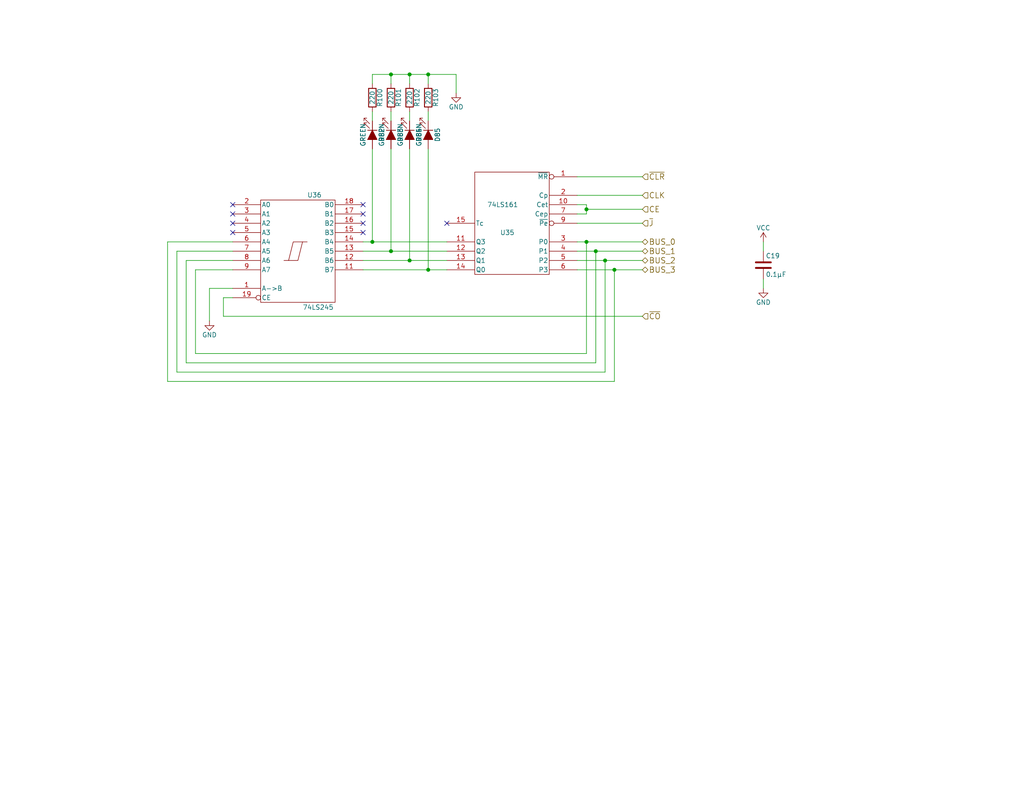
<source format=kicad_sch>
(kicad_sch (version 20230121) (generator eeschema)
  (paper "USLetter")
  (lib_symbols
    (symbol "8bit-computer-rescue:74LS161-8bit-computer-rescue" (pin_names (offset 0.254))
      (property "Reference" "U" (at 1.27 2.54 0))
      (property "Value" "8bit-computer-rescue:74LS161" (at 2.54 -5.08 0))
      (symbol "74LS161-8bit-computer-rescue_0_0"
        (pin power_in line (at -7.62 13.97 90) (length 0) hide (name "VCC") (number "16"))
        (pin power_in line (at -7.62 -13.97 90) (length 0) hide (name "GND") (number "8"))
      )
      (symbol "74LS161-8bit-computer-rescue_0_1"
        (rectangle (start -10.16 13.97) (end 10.16 -13.97))
      )
      (symbol "74LS161-8bit-computer-rescue_1_1"
        (pin input inverted (at -17.78 -12.7 0) (length 7.62) (name "~{MR}") (number "1"))
        (pin input line (at -17.78 -5.08 0) (length 7.62) (name "Cet") (number "10"))
        (pin output line (at 17.78 5.08 180) (length 7.62) (name "Q3") (number "11"))
        (pin output line (at 17.78 7.62 180) (length 7.62) (name "Q2") (number "12"))
        (pin output line (at 17.78 10.16 180) (length 7.62) (name "Q1") (number "13"))
        (pin output line (at 17.78 12.7 180) (length 7.62) (name "Q0") (number "14"))
        (pin output line (at 17.78 0 180) (length 7.62) (name "Tc") (number "15"))
        (pin input line (at -17.78 -7.62 0) (length 7.62) (name "Cp") (number "2"))
        (pin input line (at -17.78 5.08 0) (length 7.62) (name "P0") (number "3"))
        (pin input line (at -17.78 7.62 0) (length 7.62) (name "P1") (number "4"))
        (pin input line (at -17.78 10.16 0) (length 7.62) (name "P2") (number "5"))
        (pin input line (at -17.78 12.7 0) (length 7.62) (name "P3") (number "6"))
        (pin input line (at -17.78 -2.54 0) (length 7.62) (name "Cep") (number "7"))
        (pin input inverted (at -17.78 0 0) (length 7.62) (name "~{Pe}") (number "9"))
      )
    )
    (symbol "8bit-computer-rescue:74LS245-8bit-computer-rescue" (pin_names (offset 0.254))
      (property "Reference" "U" (at 2.54 14.605 0))
      (property "Value" "8bit-computer-rescue:74LS245" (at 1.27 -14.605 0))
      (symbol "74LS245-8bit-computer-rescue_0_0"
        (pin power_in line (at 0 -13.97 90) (length 0) hide (name "GND") (number "10"))
        (pin power_in line (at 0 13.97 270) (length 0) hide (name "VCC") (number "20"))
      )
      (symbol "74LS245-8bit-computer-rescue_0_1"
        (rectangle (start -10.16 13.97) (end 10.16 -13.97))
        (polyline (pts (xy 1.27 2.54) (xy 0 -2.54) (xy -2.54 -2.54)))
        (polyline (pts (xy 2.54 2.54) (xy -1.27 2.54) (xy -2.54 -2.54) (xy -3.81 -2.54)))
      )
      (symbol "74LS245-8bit-computer-rescue_1_1"
        (pin input line (at -17.78 -10.16 0) (length 7.62) (name "A->B") (number "1"))
        (pin tri_state line (at 17.78 -5.08 180) (length 7.62) (name "B7") (number "11"))
        (pin tri_state line (at 17.78 -2.54 180) (length 7.62) (name "B6") (number "12"))
        (pin tri_state line (at 17.78 0 180) (length 7.62) (name "B5") (number "13"))
        (pin tri_state line (at 17.78 2.54 180) (length 7.62) (name "B4") (number "14"))
        (pin tri_state line (at 17.78 5.08 180) (length 7.62) (name "B3") (number "15"))
        (pin tri_state line (at 17.78 7.62 180) (length 7.62) (name "B2") (number "16"))
        (pin tri_state line (at 17.78 10.16 180) (length 7.62) (name "B1") (number "17"))
        (pin tri_state line (at 17.78 12.7 180) (length 7.62) (name "B0") (number "18"))
        (pin input inverted (at -17.78 -12.7 0) (length 7.62) (name "CE") (number "19"))
        (pin tri_state line (at -17.78 12.7 0) (length 7.62) (name "A0") (number "2"))
        (pin tri_state line (at -17.78 10.16 0) (length 7.62) (name "A1") (number "3"))
        (pin tri_state line (at -17.78 7.62 0) (length 7.62) (name "A2") (number "4"))
        (pin tri_state line (at -17.78 5.08 0) (length 7.62) (name "A3") (number "5"))
        (pin tri_state line (at -17.78 2.54 0) (length 7.62) (name "A4") (number "6"))
        (pin tri_state line (at -17.78 0 0) (length 7.62) (name "A5") (number "7"))
        (pin tri_state line (at -17.78 -2.54 0) (length 7.62) (name "A6") (number "8"))
        (pin tri_state line (at -17.78 -5.08 0) (length 7.62) (name "A7") (number "9"))
      )
    )
    (symbol "8bit-computer-rescue:LED_ALT-Device" (pin_numbers hide) (pin_names (offset 1.016) hide)
      (property "Reference" "D" (at 0 2.54 0))
      (property "Value" "Device:LED_ALT" (at 0 -2.54 0))
      (symbol "LED_ALT-Device_0_1"
        (polyline (pts (xy -1.27 -1.27) (xy -1.27 1.27)) (stroke (width 0.2032)))
        (polyline (pts (xy -1.27 0) (xy 1.27 0)))
        (polyline (pts (xy 1.27 -1.27) (xy 1.27 1.27) (xy -1.27 0) (xy 1.27 -1.27)) (stroke (width 0.2032)) (fill (type outline)))
        (polyline (pts (xy -3.048 -0.762) (xy -4.572 -2.286) (xy -3.81 -2.286) (xy -4.572 -2.286) (xy -4.572 -1.524)))
        (polyline (pts (xy -1.778 -0.762) (xy -3.302 -2.286) (xy -2.54 -2.286) (xy -3.302 -2.286) (xy -3.302 -1.524)))
      )
      (symbol "LED_ALT-Device_1_1"
        (pin passive line (at -3.81 0 0) (length 2.54) (name "K") (number "1"))
        (pin passive line (at 3.81 0 180) (length 2.54) (name "A") (number "2"))
      )
    )
    (symbol "Device:C" (pin_numbers hide) (pin_names (offset 0.254))
      (property "Reference" "C" (at 0.635 2.54 0))
      (property "Value" "C" (at 0.635 -2.54 0))
      (symbol "C_0_1"
        (polyline (pts (xy -2.032 -0.762) (xy 2.032 -0.762)) (stroke (width 0.508)))
        (polyline (pts (xy -2.032 0.762) (xy 2.032 0.762)) (stroke (width 0.508)))
      )
      (symbol "C_1_1"
        (pin passive line (at 0 3.81 270) (length 2.794) (name "~") (number "1"))
        (pin passive line (at 0 -3.81 90) (length 2.794) (name "~") (number "2"))
      )
    )
    (symbol "Device:R" (pin_numbers hide) (pin_names (offset 0))
      (property "Reference" "R" (at 2.032 0 90))
      (property "Value" "R" (at 0 0 90))
      (symbol "R_0_1"
        (rectangle (start -1.016 -2.54) (end 1.016 2.54) (stroke (width 0.254)))
      )
      (symbol "R_1_1"
        (pin passive line (at 0 3.81 270) (length 1.27) (name "~") (number "1"))
        (pin passive line (at 0 -3.81 90) (length 1.27) (name "~") (number "2"))
      )
    )
    (symbol "power:GND" (power) (pin_names (offset 0))
      (property "Value" "GND" (at 0 -3.81 0))
      (symbol "GND_0_1"
        (polyline (pts (xy 0 0) (xy 0 -1.27) (xy 1.27 -1.27) (xy 0 -2.54) (xy -1.27 -1.27) (xy 0 -1.27)))
      )
      (symbol "GND_1_1"
        (pin power_in line (at 0 0 270) (length 0) hide (name "GND") (number "1"))
      )
    )
    (symbol "power:VCC" (power) (pin_names (offset 0))
      (property "Value" "VCC" (at 0 3.81 0))
      (symbol "VCC_0_1"
        (polyline (pts (xy -0.762 1.27) (xy 0 2.54)))
        (polyline (pts (xy 0 0) (xy 0 2.54)))
        (polyline (pts (xy 0 2.54) (xy 0.762 1.27)))
      )
      (symbol "VCC_1_1"
        (pin power_in line (at 0 0 90) (length 0) hide (name "VCC") (number "1"))
      )
    )
  )
  (junction (at 116.84 20.32))
  (junction (at 116.84 73.66))
  (junction (at 111.76 20.32))
  (junction (at 106.68 20.32))
  (junction (at 160.02 66.04))
  (junction (at 111.76 71.12))
  (junction (at 160.02 57.15))
  (junction (at 167.64 73.66))
  (junction (at 101.6 66.04))
  (junction (at 106.68 68.58))
  (junction (at 162.56 68.58))
  (junction (at 165.1 71.12))
  (no_connect (at 63.5 58.42))
  (no_connect (at 121.92 60.96))
  (no_connect (at 99.06 55.88))
  (no_connect (at 63.5 63.5))
  (no_connect (at 99.06 63.5))
  (no_connect (at 63.5 60.96))
  (no_connect (at 99.06 60.96))
  (no_connect (at 63.5 55.88))
  (no_connect (at 99.06 58.42))
  (wire (pts (xy 116.84 22.86) (xy 116.84 20.32)))
  (wire (pts (xy 63.5 68.58) (xy 48.26 68.58)))
  (wire (pts (xy 160.02 55.88) (xy 157.48 55.88)))
  (wire (pts (xy 167.64 73.66) (xy 175.26 73.66)))
  (wire (pts (xy 45.72 104.14) (xy 167.64 104.14)))
  (wire (pts (xy 160.02 57.15) (xy 160.02 58.42)))
  (wire (pts (xy 99.06 73.66) (xy 116.84 73.66)))
  (wire (pts (xy 99.06 71.12) (xy 111.76 71.12)))
  (wire (pts (xy 111.76 20.32) (xy 116.84 20.32)))
  (wire (pts (xy 99.06 66.04) (xy 101.6 66.04)))
  (wire (pts (xy 157.48 71.12) (xy 165.1 71.12)))
  (wire (pts (xy 165.1 101.6) (xy 165.1 71.12)))
  (wire (pts (xy 106.68 22.86) (xy 106.68 20.32)))
  (wire (pts (xy 160.02 96.52) (xy 160.02 66.04)))
  (wire (pts (xy 57.15 78.74) (xy 63.5 78.74)))
  (wire (pts (xy 48.26 68.58) (xy 48.26 101.6)))
  (wire (pts (xy 63.5 73.66) (xy 53.34 73.66)))
  (wire (pts (xy 50.8 99.06) (xy 162.56 99.06)))
  (wire (pts (xy 99.06 68.58) (xy 106.68 68.58)))
  (wire (pts (xy 111.76 20.32) (xy 111.76 22.86)))
  (wire (pts (xy 101.6 30.48) (xy 101.6 33.02)))
  (wire (pts (xy 160.02 57.15) (xy 175.26 57.15)))
  (wire (pts (xy 175.26 60.96) (xy 157.48 60.96)))
  (wire (pts (xy 57.15 87.63) (xy 57.15 78.74)))
  (wire (pts (xy 157.48 68.58) (xy 162.56 68.58)))
  (wire (pts (xy 175.26 53.34) (xy 157.48 53.34)))
  (wire (pts (xy 208.28 66.04) (xy 208.28 68.58)))
  (wire (pts (xy 165.1 71.12) (xy 175.26 71.12)))
  (wire (pts (xy 53.34 73.66) (xy 53.34 96.52)))
  (wire (pts (xy 106.68 40.64) (xy 106.68 68.58)))
  (wire (pts (xy 116.84 20.32) (xy 124.46 20.32)))
  (wire (pts (xy 101.6 66.04) (xy 101.6 40.64)))
  (wire (pts (xy 53.34 96.52) (xy 160.02 96.52)))
  (wire (pts (xy 157.48 48.26) (xy 175.26 48.26)))
  (wire (pts (xy 162.56 68.58) (xy 175.26 68.58)))
  (wire (pts (xy 124.46 20.32) (xy 124.46 25.4)))
  (wire (pts (xy 60.96 86.36) (xy 60.96 81.28)))
  (wire (pts (xy 50.8 71.12) (xy 50.8 99.06)))
  (wire (pts (xy 106.68 33.02) (xy 106.68 30.48)))
  (wire (pts (xy 63.5 66.04) (xy 45.72 66.04)))
  (wire (pts (xy 63.5 71.12) (xy 50.8 71.12)))
  (wire (pts (xy 111.76 40.64) (xy 111.76 71.12)))
  (wire (pts (xy 167.64 104.14) (xy 167.64 73.66)))
  (wire (pts (xy 208.28 76.2) (xy 208.28 78.74)))
  (wire (pts (xy 157.48 66.04) (xy 160.02 66.04)))
  (wire (pts (xy 60.96 81.28) (xy 63.5 81.28)))
  (wire (pts (xy 101.6 20.32) (xy 106.68 20.32)))
  (wire (pts (xy 162.56 99.06) (xy 162.56 68.58)))
  (wire (pts (xy 157.48 73.66) (xy 167.64 73.66)))
  (wire (pts (xy 48.26 101.6) (xy 165.1 101.6)))
  (wire (pts (xy 111.76 30.48) (xy 111.76 33.02)))
  (wire (pts (xy 116.84 73.66) (xy 121.92 73.66)))
  (wire (pts (xy 111.76 71.12) (xy 121.92 71.12)))
  (wire (pts (xy 160.02 66.04) (xy 175.26 66.04)))
  (wire (pts (xy 101.6 66.04) (xy 121.92 66.04)))
  (wire (pts (xy 160.02 55.88) (xy 160.02 57.15)))
  (wire (pts (xy 116.84 40.64) (xy 116.84 73.66)))
  (wire (pts (xy 106.68 68.58) (xy 121.92 68.58)))
  (wire (pts (xy 160.02 58.42) (xy 157.48 58.42)))
  (wire (pts (xy 106.68 20.32) (xy 111.76 20.32)))
  (wire (pts (xy 101.6 22.86) (xy 101.6 20.32)))
  (wire (pts (xy 45.72 66.04) (xy 45.72 104.14)))
  (wire (pts (xy 175.26 86.36) (xy 60.96 86.36)))
  (wire (pts (xy 116.84 33.02) (xy 116.84 30.48)))
  (hierarchical_label "~{CO}" (shape input) (at 175.26 86.36 0) (effects (font (size 1.524 1.524))))
  (hierarchical_label "~{CLR}" (shape input) (at 175.26 48.26 0) (effects (font (size 1.524 1.524))))
  (hierarchical_label "BUS_1" (shape bidirectional) (at 175.26 68.58 0) (effects (font (size 1.524 1.524))))
  (hierarchical_label "BUS_0" (shape bidirectional) (at 175.26 66.04 0) (effects (font (size 1.524 1.524))))
  (hierarchical_label "BUS_2" (shape bidirectional) (at 175.26 71.12 0) (effects (font (size 1.524 1.524))))
  (hierarchical_label "CLK" (shape input) (at 175.26 53.34 0) (effects (font (size 1.524 1.524))))
  (hierarchical_label "~{J}" (shape input) (at 175.26 60.96 0) (effects (font (size 1.524 1.524))))
  (hierarchical_label "CE" (shape input) (at 175.26 57.15 0) (effects (font (size 1.524 1.524))))
  (hierarchical_label "BUS_3" (shape bidirectional) (at 175.26 73.66 0) (effects (font (size 1.524 1.524))))
  (symbol (lib_id "8bit-computer-rescue:74LS161-8bit-computer-rescue") (at 139.7 60.96 180) (unit 1)
    (property "Reference" "U35" (at 138.43 63.5 0))
    (property "Value" "74LS161" (at 137.16 55.88 0))
    (property "Footprint" "Package_DIP:DIP-16_W7.62mm" (effects hide))
  )
  (symbol (lib_id "8bit-computer-rescue:74LS245-8bit-computer-rescue") (at 81.28 68.58 0) (unit 1)
    (property "Reference" "U36" (at 83.82 53.975 0) (effects (justify left bottom)))
    (property "Value" "74LS245" (at 82.55 83.185 0) (effects (justify left top)))
    (property "Footprint" "Package_DIP:DIP-20_W7.62mm" (effects hide))
  )
  (symbol (lib_id "power:GND") (at 57.15 87.63 0) (unit 1)
    (property "Reference" "#PWR055" (effects hide))
    (property "Value" "GND" (at 57.15 91.44 0))
  )
  (symbol (lib_id "Device:C") (at 208.28 72.39 0) (unit 1)
    (property "Reference" "C19" (at 208.915 69.85 0) (effects (justify left)))
    (property "Value" "0.1µF" (at 208.915 74.93 0) (effects (justify left)))
    (property "Footprint" "Capacitor_THT:C_Disc_D4.3mm_W1.9mm_P5.00mm" (effects hide))
  )
  (symbol (lib_id "power:GND") (at 208.28 78.74 0) (unit 1)
    (property "Reference" "#PWR056" (effects hide))
    (property "Value" "GND" (at 208.28 82.55 0))
  )
  (symbol (lib_id "power:VCC") (at 208.28 66.04 0) (unit 1)
    (property "Reference" "#PWR057" (effects hide))
    (property "Value" "VCC" (at 208.28 62.23 0))
  )
  (symbol (lib_id "8bit-computer-rescue:LED_ALT-Device") (at 101.6 36.83 270) (unit 1)
    (property "Reference" "D82" (at 104.14 36.83 0))
    (property "Value" "GREEN" (at 99.06 36.83 0))
    (property "Footprint" "LED_THT:LED_D5.0mm" (effects hide))
  )
  (symbol (lib_id "8bit-computer-rescue:LED_ALT-Device") (at 106.68 36.83 270) (unit 1)
    (property "Reference" "D83" (at 109.22 36.83 0))
    (property "Value" "GREEN" (at 104.14 36.83 0))
    (property "Footprint" "LED_THT:LED_D5.0mm" (effects hide))
  )
  (symbol (lib_id "8bit-computer-rescue:LED_ALT-Device") (at 111.76 36.83 270) (unit 1)
    (property "Reference" "D84" (at 114.3 36.83 0))
    (property "Value" "GREEN" (at 109.22 36.83 0))
    (property "Footprint" "LED_THT:LED_D5.0mm" (effects hide))
  )
  (symbol (lib_id "8bit-computer-rescue:LED_ALT-Device") (at 116.84 36.83 270) (unit 1)
    (property "Reference" "D85" (at 119.38 36.83 0))
    (property "Value" "GREEN" (at 114.3 36.83 0))
    (property "Footprint" "LED_THT:LED_D5.0mm" (effects hide))
  )
  (symbol (lib_id "Device:R") (at 101.6 26.67 0) (unit 1)
    (property "Reference" "R100" (at 103.632 26.67 90))
    (property "Value" "220" (at 101.6 26.67 90))
    (property "Footprint" "Resistor_THT:R_Axial_DIN0207_L6.3mm_D2.5mm_P7.62mm_Horizontal" (effects hide))
  )
  (symbol (lib_id "Device:R") (at 106.68 26.67 0) (unit 1)
    (property "Reference" "R101" (at 108.712 26.67 90))
    (property "Value" "220" (at 106.68 26.67 90))
    (property "Footprint" "Resistor_THT:R_Axial_DIN0207_L6.3mm_D2.5mm_P7.62mm_Horizontal" (effects hide))
  )
  (symbol (lib_id "Device:R") (at 111.76 26.67 0) (unit 1)
    (property "Reference" "R102" (at 113.792 26.67 90))
    (property "Value" "220" (at 111.76 26.67 90))
    (property "Footprint" "Resistor_THT:R_Axial_DIN0207_L6.3mm_D2.5mm_P7.62mm_Horizontal" (effects hide))
  )
  (symbol (lib_id "Device:R") (at 116.84 26.67 0) (unit 1)
    (property "Reference" "R103" (at 118.872 26.67 90))
    (property "Value" "220" (at 116.84 26.67 90))
    (property "Footprint" "Resistor_THT:R_Axial_DIN0207_L6.3mm_D2.5mm_P7.62mm_Horizontal" (effects hide))
  )
  (symbol (lib_id "power:GND") (at 124.46 25.4 0) (unit 1)
    (property "Reference" "#PWR058" (effects hide))
    (property "Value" "GND" (at 124.46 29.21 0))
  )
)
</source>
